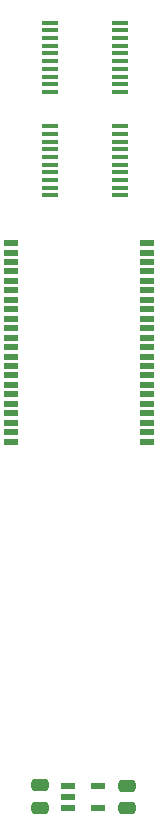
<source format=gtp>
%TF.GenerationSoftware,KiCad,Pcbnew,8.0.4*%
%TF.CreationDate,2024-08-08T08:46:37+02:00*%
%TF.ProjectId,HCP65 MPU Memory,48435036-3520-44d5-9055-204d656d6f72,V1*%
%TF.SameCoordinates,PX525bfc0PY43d3480*%
%TF.FileFunction,Paste,Top*%
%TF.FilePolarity,Positive*%
%FSLAX46Y46*%
G04 Gerber Fmt 4.6, Leading zero omitted, Abs format (unit mm)*
G04 Created by KiCad (PCBNEW 8.0.4) date 2024-08-08 08:46:37*
%MOMM*%
%LPD*%
G01*
G04 APERTURE LIST*
G04 Aperture macros list*
%AMRoundRect*
0 Rectangle with rounded corners*
0 $1 Rounding radius*
0 $2 $3 $4 $5 $6 $7 $8 $9 X,Y pos of 4 corners*
0 Add a 4 corners polygon primitive as box body*
4,1,4,$2,$3,$4,$5,$6,$7,$8,$9,$2,$3,0*
0 Add four circle primitives for the rounded corners*
1,1,$1+$1,$2,$3*
1,1,$1+$1,$4,$5*
1,1,$1+$1,$6,$7*
1,1,$1+$1,$8,$9*
0 Add four rect primitives between the rounded corners*
20,1,$1+$1,$2,$3,$4,$5,0*
20,1,$1+$1,$4,$5,$6,$7,0*
20,1,$1+$1,$6,$7,$8,$9,0*
20,1,$1+$1,$8,$9,$2,$3,0*%
G04 Aperture macros list end*
%ADD10R,1.150000X0.600000*%
%ADD11RoundRect,0.250000X0.475000X-0.250000X0.475000X0.250000X-0.475000X0.250000X-0.475000X-0.250000X0*%
%ADD12R,1.475000X0.450000*%
%ADD13RoundRect,0.250000X-0.475000X0.250000X-0.475000X-0.250000X0.475000X-0.250000X0.475000X0.250000X0*%
%ADD14R,1.295000X0.600000*%
G04 APERTURE END LIST*
D10*
%TO.C,IC45*%
X10465000Y-68900000D03*
X10465000Y-69850000D03*
X10465000Y-70800000D03*
X13065000Y-70800000D03*
X13065000Y-68900000D03*
%TD*%
D11*
%TO.C,C49*%
X8082000Y-70784000D03*
X8082000Y-68884000D03*
%TD*%
D12*
%TO.C,IC5*%
X9000000Y-13077000D03*
X9000000Y-13727000D03*
X9000000Y-14377000D03*
X9000000Y-15027000D03*
X9000000Y-15677000D03*
X9000000Y-16327000D03*
X9000000Y-16977000D03*
X9000000Y-17627000D03*
X9000000Y-18277000D03*
X9000000Y-18927000D03*
X14876000Y-18927000D03*
X14876000Y-18277000D03*
X14876000Y-17627000D03*
X14876000Y-16977000D03*
X14876000Y-16327000D03*
X14876000Y-15677000D03*
X14876000Y-15027000D03*
X14876000Y-14377000D03*
X14876000Y-13727000D03*
X14876000Y-13077000D03*
%TD*%
%TO.C,IC1*%
X9000000Y-4314000D03*
X9000000Y-4964000D03*
X9000000Y-5614000D03*
X9000000Y-6264000D03*
X9000000Y-6914000D03*
X9000000Y-7564000D03*
X9000000Y-8214000D03*
X9000000Y-8864000D03*
X9000000Y-9514000D03*
X9000000Y-10164000D03*
X14876000Y-10164000D03*
X14876000Y-9514000D03*
X14876000Y-8864000D03*
X14876000Y-8214000D03*
X14876000Y-7564000D03*
X14876000Y-6914000D03*
X14876000Y-6264000D03*
X14876000Y-5614000D03*
X14876000Y-4964000D03*
X14876000Y-4314000D03*
%TD*%
D13*
%TO.C,C50*%
X15448000Y-68916000D03*
X15448000Y-70816000D03*
%TD*%
D14*
%TO.C,IC25*%
X5702000Y-22969000D03*
X5702000Y-23769000D03*
X5702000Y-24569000D03*
X5702000Y-25369000D03*
X5702000Y-26169000D03*
X5702000Y-26969000D03*
X5702000Y-27769000D03*
X5702000Y-28569000D03*
X5702000Y-29369000D03*
X5702000Y-30169000D03*
X5702000Y-30969000D03*
X5702000Y-31769000D03*
X5702000Y-32569000D03*
X5702000Y-33369000D03*
X5702000Y-34169000D03*
X5702000Y-34969000D03*
X5702000Y-35769000D03*
X5702000Y-36569000D03*
X5702000Y-37369000D03*
X5702000Y-38169000D03*
X5702000Y-38969000D03*
X5702000Y-39769000D03*
X17158000Y-39769000D03*
X17158000Y-38969000D03*
X17158000Y-38169000D03*
X17158000Y-37369000D03*
X17158000Y-36569000D03*
X17158000Y-35769000D03*
X17158000Y-34969000D03*
X17158000Y-34169000D03*
X17158000Y-33369000D03*
X17158000Y-32569000D03*
X17158000Y-31769000D03*
X17158000Y-30969000D03*
X17158000Y-30169000D03*
X17158000Y-29369000D03*
X17158000Y-28569000D03*
X17158000Y-27769000D03*
X17158000Y-26969000D03*
X17158000Y-26169000D03*
X17158000Y-25369000D03*
X17158000Y-24569000D03*
X17158000Y-23769000D03*
X17158000Y-22969000D03*
%TD*%
M02*

</source>
